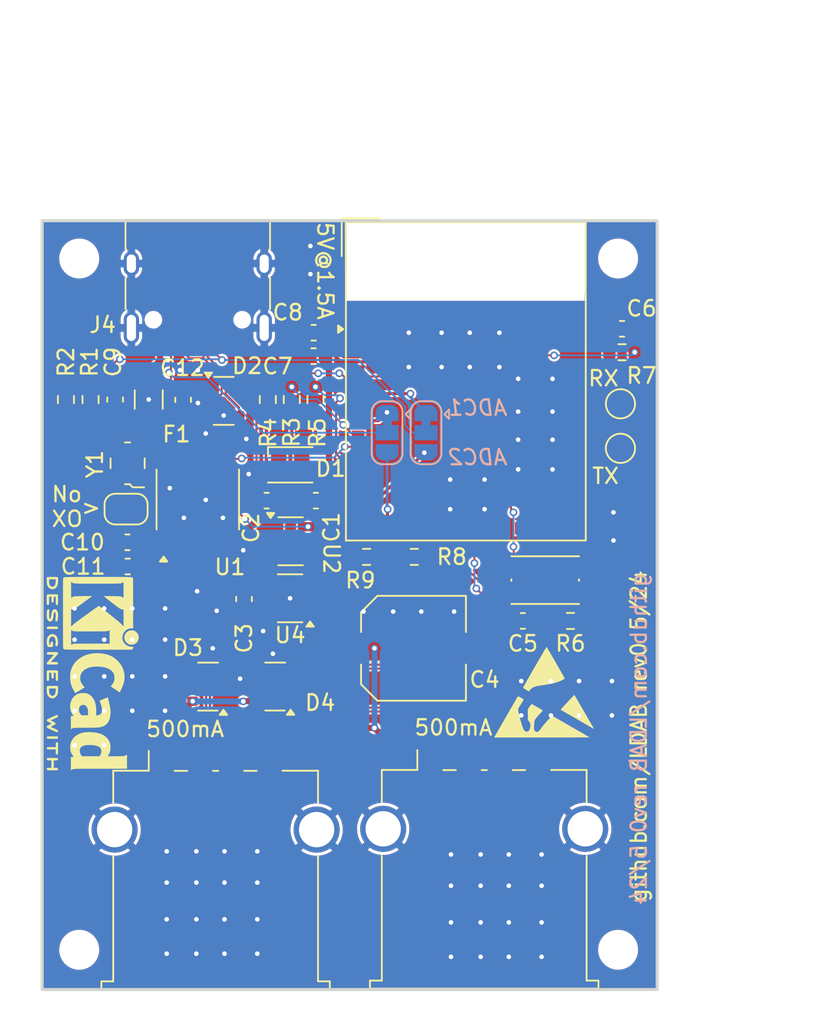
<source format=kicad_pcb>
(kicad_pcb (version 20240108) (generator "pcbnew") (generator_version "8.0")
  (layers (0 "F.Cu" signal) (31 "B.Cu" signal) (34 "B.Paste" user) (35 "F.Paste" user) (36 "B.SilkS" user "B.Silkscreen") (37 "F.SilkS" user "F.Silkscreen") (38 "B.Mask" user) (39 "F.Mask" user) (44 "Edge.Cuts" user))
  (net 0 "")
  (net 1 "+3V3")
  (net 2 "GND")
  (net 3 "VBUS")
  (net 4 "+5V")
  (net 5 "GPIO_0{slash}Boot")
  (net 6 "Net-(U3-EN)")
  (net 7 "Net-(D1-RK)")
  (net 8 "Net-(D1-BK)")
  (net 9 "Net-(D1-GK)")
  (net 10 "DP")
  (net 11 "DN")
  (net 12 "DN3")
  (net 13 "DP3")
  (net 14 "DN2")
  (net 15 "DP2")
  (net 16 "Net-(F1-Pad1)")
  (net 17 "CC2")
  (net 18 "CC1")
  (net 19 "Net-(JP1-B)")
  (net 20 "LED_R")
  (net 21 "LED_G")
  (net 22 "LED_B")
  (net 23 "~{Fault}")
  (net 24 "5V_EN")
  (net 25 "Net-(U3-TXD0)")
  (net 26 "Net-(U3-RXD0)")
  (net 27 "ESP_DN")
  (net 29 "Net-(U1-XO)")
  (net 30 "ESP_DP")
  (net 32 "~{HUB_RST}")
  (net 56 "ADC1_CH2")
  (net 57 "Net-(JP2-B)")
  (net 58 "Net-(JP3-B)")
  (net 59 "ADC1_CH3")
  (footprint "Resistor_SMD:R_0603_1608Metric" (layer "F.Cu") (at 92.1512 89.7636)
    (property "Reference" "R8")
    (property "Value" "5.1K")
  )
  (footprint "Capacitor_SMD:C_0603_1608Metric" (layer "F.Cu") (at 85.7504 86.106 180)
    (property "Reference" "C1")
    (property "Value" "1u")
  )
  (footprint "Connector_USB:USB_C_Receptacle_HRO_TYPE-C-31-M-12" (layer "F.Cu") (at 78.07 71.74 180)
    (property "Reference" "J4")
    (property "Value" "USB_C_Receptacle_USB2.0")
  )
  (footprint "MountingHole:MountingHole_2.1mm" (layer "F.Cu") (at 105.41 115.316)
    (property "Reference" "H2" (hide yes))
    (property "Value" "MountingHole")
  )
  (footprint "Package_SO:QSOP-16_3.9x4.9mm_P0.635mm" (layer "F.Cu") (at 78.07 86.03 90)
    (property "Reference" "U1")
    (property "Value" "CH334R")
  )
  (footprint "TestPoint:TestPoint_Pad_D1.5mm" (layer "F.Cu") (at 105.5624 82.7024)
    (property "Reference" "TP1" (hide yes))
    (property "Value" "TestPoint")
  )
  (footprint "TestPoint:TestPoint_Pad_D1.5mm" (layer "F.Cu") (at 105.5624 79.8068)
    (property "Reference" "TP2" (hide yes))
    (property "Value" "TestPoint")
  )
  (footprint "Capacitor_SMD:C_Elec_6.3x5.4" (layer "F.Cu") (at 92.1004 95.7072)
    (property "Reference" "C4")
    (property "Value" "150uF")
  )
  (footprint "Fuse:Fuse_1206_3216Metric" (layer "F.Cu") (at 74.8792 79.53 -90)
    (property "Reference" "F1")
    (property "Value" "1.5A")
  )
  (footprint "Connector_USB:USB_A_TE_292303-7_Horizontal" (layer "F.Cu") (at 79.23 110.2)
    (property "Reference" "J2" (hide yes))
    (property "Value" "USB_A")
  )
  (footprint "Resistor_SMD:R_0603_1608Metric" (layer "F.Cu") (at 105.664 76.454 180)
    (property "Reference" "R7")
    (property "Value" "1K")
  )
  (footprint "Resistor_SMD:R_0603_1608Metric" (layer "F.Cu") (at 69.4944 79.53 -90)
    (property "Reference" "R2")
    (property "Value" "5.1K")
  )
  (footprint "Package_TO_SOT_SMD:SOT-23-5" (layer "F.Cu") (at 84.1049 88.7476)
    (property "Reference" "U2")
    (property "Value" "RT9080-33GJ5")
  )
  (footprint "MountingHole:MountingHole_2.1mm" (layer "F.Cu") (at 70.358 70.358)
    (property "Reference" "H4" (hide yes))
    (property "Value" "MountingHole")
  )
  (footprint "Resistor_SMD:R_0603_1608Metric" (layer "F.Cu") (at 85.725 79.53 -90)
    (property "Reference" "R5")
    (property "Value" "1K")
  )
  (footprint "Capacitor_SMD:C_0603_1608Metric" (layer "F.Cu") (at 85.598 76.708)
    (property "Reference" "C7")
    (property "Value" "100n")
  )
  (footprint "Capacitor_SMD:C_0603_1608Metric" (layer "F.Cu") (at 72.6944 79.53 -90)
    (property "Reference" "C9")
    (property "Value" "10u")
  )
  (footprint "Package_TO_SOT_SMD:SOT-23-5" (layer "F.Cu") (at 84.074 92.456 180)
    (property "Reference" "U4")
    (property "Value" "TPS2065CDBV")
  )
  (footprint "Capacitor_SMD:C_0603_1608Metric" (layer "F.Cu") (at 85.611 75.184)
    (property "Reference" "C8")
    (property "Value" "10u")
  )
  (footprint "Button_Switch_SMD:SW_Push_1P1T_NO_CK_KMR2" (layer "F.Cu") (at 100.6676 91.2748)
    (property "Reference" "SW1" (hide yes))
    (property "Value" "SW_Push")
  )
  (footprint "RF_Module:ESP32-S2-MINI-1" (layer "F.Cu") (at 95.505 78.35)
    (property "Reference" "U3" (hide yes))
    (property "Value" "ESP32-S3-MINI-1")
  )
  (footprint "Capacitor_SMD:C_0603_1608Metric" (layer "F.Cu") (at 105.664 74.93 180)
    (property "Reference" "C6")
    (property "Value" "100n")
  )
  (footprint "Package_TO_SOT_SMD:SOT-143" (layer "F.Cu") (at 79.756 79.6175)
    (property "Reference" "D2")
    (property "Value" "PRTR5V0U2X")
  )
  (footprint "Capacitor_SMD:C_0603_1608Metric" (layer "F.Cu") (at 73.4946 88.8152 180)
    (property "Reference" "C10")
    (property "Value" "10u")
  )
  (footprint "MountingHole:MountingHole_2.1mm" (layer "F.Cu") (at 70.358 115.316)
    (property "Reference" "H3" (hide yes))
    (property "Value" "MountingHole")
  )
  (footprint "Jumper:SolderJumper-2_P1.3mm_Open_RoundedPad1.0x1.5mm" (layer "F.Cu") (at 73.406 86.6562)
    (property "Reference" "JP1" (hide yes))
    (property "Value" "2")
  )
  (footprint "Resistor_SMD:R_0603_1608Metric" (layer "F.Cu") (at 89.0524 89.7636 180)
    (property "Reference" "R9")
    (property "Value" "5.1K")
  )
  (footprint "Capacitor_SMD:C_0603_1608Metric" (layer "F.Cu") (at 81.0768 92.5068 90)
    (property "Reference" "C3")
    (property "Value" "100n")
  )
  (footprint "Resistor_SMD:R_0603_1608Metric" (layer "F.Cu") (at 102.3112 93.9292)
    (property "Reference" "R6")
    (property "Value" "5.1K")
  )
  (footprint "Resistor_SMD:R_0603_1608Metric" (layer "F.Cu") (at 84.185 79.53 -90)
    (property "Reference" "R3")
    (property "Value" "1K")
  )
  (footprint "Resistor_SMD:R_0603_1608Metric" (layer "F.Cu") (at 82.625 79.53 -90)
    (property "Reference" "R4")
    (property "Value" "1K")
  )
  (footprint "MountingHole:MountingHole_2.1mm" (layer "F.Cu") (at 105.41 70.358)
    (property "Reference" "H1" (hide yes))
    (property "Value" "MountingHole")
  )
  (footprint "Resistor_SMD:R_0603_1608Metric" (layer "F.Cu") (at 71.0944 79.53 -90)
    (property "Reference" "R1")
    (property "Value" "5.1K")
  )
  (footprint "Capacitor_SMD:C_0603_1608Metric" (layer "F.Cu") (at 73.5076 90.39)
    (property "Reference" "C11")
    (property "Value" "100n")
  )
  (footprint "Package_TO_SOT_SMD:SOT-143" (layer "F.Cu") (at 83.1088 98.1964 180)
    (property "Reference" "D4")
    (property "Value" "PRTR5V0U2X")
  )
  (footprint "Capacitor_SMD:C_0603_1608Metric" (layer "F.Cu") (at 82.55 86.106 180)
    (property "Reference" "C2")
    (property "Value" "1u")
  )
  (footprint "Package_TO_SOT_SMD:SOT-143" (layer "F.Cu") (at 78.74 98.2 180)
    (property "Reference" "D3")
    (property "Value" "PRTR5V0U2X")
  )
  (footprint "Oscillator:Oscillator_SMD_ECS_2520MV-xxx-xx-4Pin_2.5x2.0mm" (layer "F.Cu") (at 73.505 83.6782 180)
    (property "Reference" "Y1")
    (property "Value" "12MHz")
  )
  (footprint "LED_SMD:LED_Cree-PLCC4_2x2mm_CW" (layer "F.Cu") (at 84.086 83.778)
    (property "Reference" "D1")
    (property "Value" "LED_RBAG")
  )
  (footprint "Capacitor_SMD:C_0603_1608Metric" (layer "F.Cu") (at 77.1144 79.5528 90)
    (property "Reference" "C12")
    (property "Value" "1u")
  )
  (footprint "Capacitor_SMD:C_0603_1608Metric" (layer "F.Cu") (at 99.2124 93.9292)
    (property "Reference" "C5")
    (property "Value" "100n")
  )
  (footprint "Symbol:ESD-Logo_6.6x6mm_SilkScreen" (layer "F.Cu") (at 100.6 98.55)
    (property "Reference" "REF**" (hide yes))
    (property "Value" "ESD-Logo_6.6x6mm_SilkScreen" (hide yes))
  )
  (footprint "Connector_USB:USB_A_TE_292303-7_Horizontal" (layer "F.Cu") (at 96.7 110.15)
    (property "Reference" "J3" (hide yes))
    (property "Value" "USB_A")
  )
  (footprint "Symbol:KiCad-Logo2_5mm_SilkScreen" (layer "F.Cu") (at 71.25 97.35 -90)
    (property "Reference" "REF**" (hide yes))
    (property "Value" "KiCad-Logo2_5mm_SilkScreen" (hide yes))
  )
  (footprint "Jumper:SolderJumper-3_P1.3mm_Bridged12_RoundedPad1.0x1.5mm" (layer "B.Cu") (at 90.3831 81.6864 -90)
    (property "Reference" "JP3" (hide yes))
    (property "Value" "3")
  )
  (footprint "Jumper:SolderJumper-3_P1.3mm_Bridged12_RoundedPad1.0x1.5mm" (layer "B.Cu") (at 92.9132 81.6864 -90)
    (property "Reference" "JP2" (hide yes))
    (property "Value" "3")
  )
  (gr_rect (start 67.95 67.9) (end 107.95 117.9) (stroke (width 0.2)) (fill none) (layer "Edge.Cuts"))
  (gr_text "github.com/LDAB rev0 5/24" (at 107.3404 90.7288 90) (layer "B.SilkS") (effects (font (size 1 1)) (justify left bottom mirror)))
  (gr_text "ADC1\n\nADC2" (at 98.298 83.8708 0) (layer "B.SilkS") (effects (font (size 1 1) (thickness 0.15) (italic yes)) (justify left bottom mirror)))
  (gr_text "TX" (at 103.632 85.09 0) (layer "F.SilkS") (effects (font (size 1 1)) (justify left bottom)))
  (gr_text "No\nXO" (at 68.4784 87.884 0) (layer "F.SilkS") (effects (font (size 1 1)) (justify left bottom)))
  (gr_text ">" (at 70.4088 87.122 0) (layer "F.SilkS") (effects (font (size 1 1)) (justify left bottom)))
  (gr_text "github.com/LDAB rev0 5/24" (at 107.3404 112.3188 90) (layer "F.SilkS") (effects (font (size 1 1)) (justify left bottom)))
  (gr_text "500mA" (at 92.075 101.45 0) (layer "F.SilkS") (effects (font (size 1 1)) (justify left bottom)))
  (gr_text "500mA" (at 74.625 101.55 0) (layer "F.SilkS") (effects (font (size 1 1)) (justify left bottom)))
  (gr_text "5V@1.5A" (at 85.775 67.9 -90) (layer "F.SilkS") (effects (font (size 1 1)) (justify left bottom)))
  (gr_text "RX" (at 103.378 78.74 0) (layer "F.SilkS") (effects (font (size 1 1)) (justify left bottom)))
  (segment (start 86.6 84.2772) (end 86.6 86.0314) (width 0.4) (layer "F.Cu") (net 1))
  (segment (start 84.836 84.328) (end 86.5492 84.328) (width 0.4) (layer "F.Cu") (net 1))
  (segment (start 76.3674 86.7174) (end 77.6732 85.4116) (width 0.2) (layer "F.Cu") (net 1))
  (segment (start 101.2372 76.65) (end 101.2444 76.6572) (width 0.127) (layer "F.Cu") (net 1))
  (segment (start 87.376 75.3872) (end 87.376 76.454) (width 0.4) (layer "F.Cu") (net 1))
  (segment (start 74.2696 88.8152) (end 76.3674 86.7174) (width 0.2) (layer "F.Cu") (net 1))
  (segment (start 107.0356 78.6384) (end 107.0356 90.678) (width 0.2) (layer "F.Cu") (net 1))
  (segment (start 85.6844 87.7976) (end 86.5254 86.9566) (width 0.4) (layer "F.Cu") (net 1))
  (segment (start 87.572 76.65) (end 88.505 76.65) (width 0.4) (layer "F.Cu") (net 1))
  (segment (start 103.1362 93.9292) (end 103.3272 93.9292) (width 0.127) (layer "F.Cu") (net 1))
  (segment (start 74.2826 90.39) (end 74.3204 90.424) (width 0.2) (layer "F.Cu") (net 1))
  (segment (start 90.5877 89.0251) (end 86.4699 89.0251) (width 0.127) (layer "F.Cu") (net 1))
  (segment (start 107.0356 90.678) (end 103.7844 93.9292) (width 0.2) (layer "F.Cu") (net 1))
  (segment (start 86.386 76.695) (end 86.373 76.708) (width 0.4) (layer "F.Cu") (net 1))
  (segment (start 77.6732 85.3948) (end 77.7525 85.3155) (width 0.2) (layer "F.Cu") (net 1))
  (segment (start 77.7525 85.3155) (end 77.7525 83.3925) (width 0.2) (layer "F.Cu") (net 1))
  (segment (start 85.2424 87.7976) (end 85.6844 87.7976) (width 0.4) (layer "F.Cu") (net 1))
  (segment (start 86.6 86.0314) (end 86.5254 86.106) (width 0.4) (layer "F.Cu") (net 1))
  (segment (start 106.489 78.0918) (end 107.0356 78.6384) (width 0.2) (layer "F.Cu") (net 1))
  (segment (start 88.505 76.65) (end 101.2372 76.65) (width 0.127) (layer "F.Cu") (net 1))
  (segment (start 87.1728 75.184) (end 87.376 75.3872) (width 0.4) (layer "F.Cu") (net 1))
  (segment (start 74.3204 90.424) (end 74.2826 88.8282) (width 0.2) (layer "F.Cu") (net 1))
  (segment (start 86.386 75.184) (end 86.386 76.695) (width 0.4) (layer "F.Cu") (net 1))
  (segment (start 77.6732 85.4116) (end 77.6732 85.3948) (width 0.2) (layer "F.Cu") (net 1))
  (segment (start 86.4699 89.0251) (end 85.2424 87.7976) (width 0.127) (layer "F.Cu") (net 1))
  (segment (start 106.489 76.454) (end 106.489 78.0918) (width 0.2) (layer "F.Cu") (net 1))
  (segment (start 74.2826 88.8282) (end 74.2696 88.8152) (width 0.2) (layer "F.Cu") (net 1))
  (segment (start 86.5492 84.328) (end 86.6 84.2772) (width 0.4) (layer "F.Cu") (net 1))
  (segment (start 86.6 76.935) (end 86.6 84.2772) (width 0.4) (layer "F.Cu") (net 1))
  (segment (start 103.7844 93.9292) (end 103.3272 93.9292) (width 0.2) (layer "F.Cu") (net 1))
  (segment (start 81.15 87.3) (end 80.6101 86.7601) (width 0.127) (layer "F.Cu") (net 1))
  (segment (start 91.3262 89.7636) (end 90.5877 89.0251) (width 0.127) (layer "F.Cu") (net 1))
  (segment (start 80.6101 86.7601) (end 76.4101 86.7601) (width 0.127) (layer "F.Cu") (net 1))
  (segment (start 86.386 75.184) (end 87.1728 75.184) (width 0.4) (layer "F.Cu") (net 1))
  (segment (start 86.373 76.708) (end 86.6 76.935) (width 0.4) (layer "F.Cu") (net 1))
  (segment (start 86.5254 86.9566) (end 86.5254 86.106) (width 0.4) (layer "F.Cu") (net 1))
  (segment (start 76.4101 86.7601) (end 76.3674 86.7174) (width 0.127) (layer "F.Cu") (net 1))
  (segment (start 87.376 76.454) (end 87.572 76.65) (width 0.4) (layer "F.Cu") (net 1))
  (via (at 106.489 76.454) (size 0.5) (drill 0.3) (layers "F.Cu" "B.Cu") (net 1))
  (via (at 85.2424 87.7976) (size 0.5) (drill 0.3) (layers "F.Cu" "B.Cu") (net 1))
  (via (at 101.2444 76.6572) (size 0.5) (drill 0.3) (layers "F.Cu" "B.Cu") (net 1))
  (via (at 81.15 87.3) (size 0.5) (drill 0.3) (layers "F.Cu" "B.Cu") (net 1))
  (segment (start 85.2424 87.7976) (end 81.6476 87.7976) (width 0.127) (layer "B.Cu") (net 1))
  (segment (start 81.6476 87.7976) (end 81.15 87.3) (width 0.127) (layer "B.Cu") (net 1))
  (segment (start 101.2444 76.6572) (end 106.2858 76.6572) (width 0.127) (layer "B.Cu") (net 1))
  (segment (start 106.2858 76.6572) (end 106.489 76.454) (width 0.127) (layer "B.Cu") (net 1))
  (via (at 98.9076 80.3148) (size 0.5) (drill 0.3) (layers "F.Cu" "B.Cu") (net 2))
  (via (at 84.074 92.456) (size 0.5) (drill 0.3) (layers "F.Cu" "B.Cu") (net 2))
  (via (at 85.3948 71.374) (size 0.5) (drill 0.3) (layers "F.Cu" "B.Cu") (net 2))
  (via (at 98.298 111.1504) (size 0.5) (drill 0.3) (layers "F.Cu" "B.Cu") (net 2))
  (via (at 105.1052 86.868) (size 0.5) (drill 0.3) (layers "F.Cu" "B.Cu") (net 2))
  (via (at 105.0036 97.8408) (size 0.5) (drill 0.3) (layers "F.Cu" "B.Cu") (net 2))
  (via (at 71.9836 97.536) (size 0.5) (drill 0.3) (layers "F.Cu" "B.Cu") (net 2))
  (via (at 101.0412 100.076) (size 0.5) (drill 0.3) (layers "F.Cu" "B.Cu") (net 2))
  (via (at 99.1108 100.076) (size 0.5) (drill 0.3) (layers "F.Cu" "B.Cu") (net 2))
  (via (at 77.1652 87.2236) (size 0.5) (drill 0.3) (layers "F.Cu" "B.Cu") (net 2))
  (via (at 79.8068 108.9152) (size 0.5) (drill 0.3) (layers "F.Cu" "B.Cu") (net 2))
  (via (at 98.9076 78.1812) (size 0.5) (drill 0.3) (layers "F.Cu" "B.Cu") (net 2))
  (via (at 97.6884 75.184) (size 0.5) (drill 0.3) (layers "F.Cu" "B.Cu") (net 2))
  (via (at 71.9836 93.1164) (size 0.5) (drill 0.3) (layers "F.Cu" "B.Cu") (net 2))
  (via (at 95.758 77.4192) (size 0.5) (drill 0.3) (layers "F.Cu" "B.Cu") (net 2))
  (via (at 74.8792 79.53) (size 0.5) (drill 0.3) (layers "F.Cu" "B.Cu") (net 2))
  (via (at 93.9292 75.184) (size 0.5) (drill 0.3) (layers "F.Cu" "B.Cu") (net 2))
  (via (at 88.8492 93.3196) (size 0.5) (drill 0.3) (layers "F.Cu" "B.Cu") (net 2))
  (via (at 102.87 97.8408) (size 0.5) (drill 0.3) (layers "F.Cu" "B.Cu") (net 2))
  (via (at 94.488 86.6648) (size 0.5) (drill 0.3) (layers "F.Cu" "B.Cu") (net 2))
  (via (at 79.8068 115.57) (size 0.5) (drill 0.3) (layers "F.Cu" "B.Cu") (net 2))
  (via (at 96.4692 109.1184) (size 0.5) (drill 0.3) (layers "F.Cu" "B.Cu") (net 2))
  (via (at 101.1428 82.1436) (size 0.5) (drill 0.3) (layers "F.Cu" "B.Cu") (net 2))
  (via (at 73.8124 93.1164) (size 0.5) (drill 0.3) (layers "F.Cu" "B.Cu") (net 2))
  (via (at 70.0532 95.1484) (size 0.5) (drill 0.3) (layers "F.Cu" "B.Cu") (net 2))
  (via (at 92.6084 93.3196) (size 0.5) (drill 0.3) (layers "F.Cu" "B.Cu") (net 2))
  (via (at 81.9404 108.9152) (size 0.5) (drill 0.3) (layers "F.Cu" "B.Cu") (net 2))
  (via (at 100.4316 113.538) (size 0.5) (drill 0.3) (layers "F.Cu" "B.Cu") (net 2))
  (via (at 78.5876 81.7372) (size 0.5) (drill 0.3) (layers "F.Cu" "B.Cu") (net 2))
  (via (at 76.0476 110.9472) (size 0.5) (drill 0.3) (layers "F.Cu" "B.Cu") (net 2))
  (via (at 79.8068 110.9472) (size 0.5) (drill 0.3) (layers "F.Cu" "B.Cu") (net 2))
  (via (at 75.946 95.1484) (size 0.5) (drill 0.3) (layers "F.Cu" "B.Cu") (net 2))
  (via (at 98.298 115.7732) (size 0.5) (drill 0.3) (layers "F.Cu" "B.Cu") (net 2))
  (via (at 70.0532 93.1164) (size 0.5) (drill 0.3) (layers "F.Cu" "B.Cu") (net 2))
  (via (at 77.978 110.9472) (size 0.5) (drill 0.3) (layers "F.Cu" "B.Cu") (net 2))
  (via (at 81.2292 82.0928) (size 0.5) (drill 0.3) (layers "F.Cu" "B.Cu") (net 2))
  (via (at 93.9292 77.4192) (size 0.5) (drill 0.3) (layers "F.Cu" "B.Cu") (net 2))
  (via (at 102.87 100.076) (size 0.5) (drill 0.3) (layers "F.Cu" "B.Cu") (net 2))
  (via (at 96.7232 86.6648) (size 0.5) (drill 0.3) (layers "F.Cu" "B.Cu") (net 2))
  (via (at 96.4692 111.1504) (size 0.5) (drill 0.3) (layers "F.Cu" "B.Cu") (net 2))
  (via (at 101.1428 80.3148) (size 0.5) (drill 0.3) (layers "F.Cu" "B.Cu") (net 2))
  (via (at 77.978 115.57) (size 0.5) (drill 0.3) (layers "F.Cu" "B.Cu") (net 2))
  (via (at 100.4316 109.1184) (size 0.5) (drill 0.3) (layers "F.Cu" "B.Cu") (net 2))
  (via (at 94.5388 109.1184) (size 0.5) (drill 0.3) (layers "F.Cu" "B.Cu") (net 2))
  (via (at 96.7232 84.7344) (size 0.5) (drill 0.3) (layers "F.Cu" "B.Cu") (net 2))
  (via (at 78.0796 77.6224) (size 0.5) (drill 0.3) (layers "F.Cu" "B.Cu") (net 2))
  (via (at 76.2508 85.2932) (size 0.5) (drill 0.3) (layers "F.Cu" "B.Cu") (net 2))
  (via (at 98.9076 84.074) (size 0.5) (drill 0.3) (layers "F.Cu" "B.Cu") (net 2))
  (via (at 94.5388 115.7732) (size 0.5) (drill 0.3) (layers "F.Cu" "B.Cu") (net 2))
  (via (at 71.9836 99.7712) (size 0.5) (drill 0.3) (layers "F.Cu" "B.Cu") (net 2))
  (via (at 105.1052 88.6968) (size 0.5) (drill 0.3) (layers "F.Cu" "B.Cu") (net 2))
  (via (at 81.3816 84.3788) (size 0.5) (drill 0.3) (layers "F.Cu" "B.Cu") (net 2))
  (via (at 94.488 84.7344) (size 0.5) (drill 0.3) (layers "F.Cu" "B.Cu") (net 2))
  (via (at 100.4316 111.1504) (size 0.5) (drill 0.3) (layers "F.Cu" "B.Cu") (net 2))
  (via (at 101.0412 97.8408) (size 0.5) (drill 0.3) (layers "F.Cu" "B.Cu") (net 2))
  (via (at 79.756 80.5688) (size 0.5) (drill 0.3) (layers "F.Cu" "B.Cu") (net 2))
  (via (at 76.0476 113.3348) (size 0.5) (drill 0.3) (layers "F.Cu" "B.Cu") (net 2))
  (via (at 99.1108 97.8408) (size 0.5) (drill 0.3) (layers "F.Cu" "B.Cu") (net 2))
  (via (at 94.5388 111.1504) (size 0.5) (drill 0.3) (layers "F.Cu" "B.Cu") (net 2))
  (via (at 71.9836 95.1484) (size 0.5) (drill 0.3) (layers "F.Cu" "B.Cu") (net 2))
  (via (at 81.9404 113.3348) (size 0.5) (drill 0.3) (layers "F.Cu" "B.Cu") (net 2))
  (via (at 71.9836 102.0064) (size 0.5) (drill 0.3) (layers "F.Cu" "B.Cu") (net 2))
  (via (at 81.9404 110.9472) (size 0.5) (drill 0.3) (layers "F.Cu" "B.Cu") (net 2))
  (via (at 78.0288 91.9988) (size 0.5) (drill 0.3) (layers "F.Cu" "B.Cu") (net 2))
  (via (at 96.4692 113.538) (size 0.5) (drill 0.3) (layers "F.Cu" "B.Cu") (net 2))
  (via (at 98.9076 82.1436) (size 0.5) (drill 0.3) (layers "F.Cu" "B.Cu") (net 2))
  (via (at 76.0476 108.9152) (size 0.5) (drill 0.3) (layers "F.Cu" "B.Cu") (net 2))
  (via (at 82.3214 94.5896) (size 0.5) (drill 0.3) (layers "F.Cu" "B.Cu") (net 2))
  (via (at 101.1428 78.1812) (size 0.5) (drill 0.3) (layers "F.Cu" "B.Cu") (net 2))
  (via (at 91.7956 77.4192) (size 0.5) (drill 0.3) (layers "F.Cu" "B.Cu") (net 2))
  (via (at 90.7796 93.3196) (size 0.5) (drill 0.3) (layers "F.Cu" "B.Cu") (net 2))
  (via (at 94.742 93.3196) (size 0.5) (drill 0.3) (layers "F.Cu" "B.Cu") (net 2))
  (via (at 73.8124 99.7712) (size 0.5) (drill 0.3) (layers "F.Cu" "B.Cu") (net 2))
  (via (at 100.4316 115.7732) (size 0.5) (drill 0.3) (layers "F.Cu" "B.Cu") (net 2))
  (via (at 75.946 99.7712) (size 0.5) (drill 0.3) (layers "F.Cu" "B.Cu") (net 2))
  (via (at 79.2988 93.2688) (size 0.5) (drill 0.3) (layers "F.Cu" "B.Cu") (net 2))
  (via (at 81.026 89.3318) (size 0.5) (drill 0.3) (layers "F.Cu" "B.Cu") (net 2))
  (via (at 78.0796 79.756) (size 0.5) (drill 0.3) (layers "F.Cu" "B.Cu") (net 2))
  (via (at 73.8124 97.536) (size 0.5) (drill 0.3) (layers "F.Cu" "B.Cu") (net 2))
  (via (at 105.0036 100.076) (size 0.5) (drill 0.3) (layers "F.Cu" "B.Cu") (net 2))
  (via (at 70.0532 97.536) (size 0.5) (drill 0.3) (layers "F.Cu" "B.Cu") (net 2))
  (via (at 79.8068 113.3348) (size 0.5) (drill 0.3) (layers "F.Cu" "B.Cu") (net 2))
  (via (at 91.7956 75.184) (size 0.5) (drill 0.3) (layers "F.Cu" "B.Cu") (net 2))
  (via (at 77.978 108.9152) (size 0.5) (drill 0.3) (layers "F.Cu" "B.Cu") (net 2))
  (via (at 76.9112 77.6224) (size 0.5) (drill 0.3) (layers "F.Cu" "B.Cu") (net 2))
  (via (at 96.4692 115.7732) (size 0.5) (drill 0.3) (layers "F.Cu" "B.Cu") (net 2))
  (via (at 73.8124 95.1484) (size 0.5) (drill 0.3) (layers "F.Cu" "B.Cu") (net 2))
  (via (at 85.3948 69.5452) (size 0.5) (drill 0.3) (layers "F.Cu" "B.Cu") (net 2))
  (via (at 75.946 93.1164) (size 0.5) (drill 0.3) (layers "F.Cu" "B.Cu") (net 2))
  (via (at 70.0532 102.0064) (size 0.5) (drill 0.3) (layers "F.Cu" "B.Cu") (net 2))
  (via (at 70.0532 99.7712) (size 0.5) (drill 0.3) (layers "F.Cu" "B.Cu") (net 2))
  (via (at 75.946 97.536) (size 0.5) (drill 0.3) (layers "F.Cu" "B.Cu") (net 2))
  (via (at 77.978 113.3348) (size 0.5) (drill 0.3) (layers "F.Cu" "B.Cu") (net 2))
  (via (at 98.298 109.1184) (size 0.5) (drill 0.3) (layers "F.Cu" "B.Cu") (net 2))
  (via (at 78.5876 86.0552) (size 0.5) (drill 0.3) (layers "F.Cu" "B.Cu") (net 2))
  (via (at 79.7052 87.2236) (size 0.5) (drill 0.3) (layers "F.Cu" "B.Cu") (net 2))
  (via (at 80.8228 97.6884) (size 0.5) (drill 0.3) (layers "F.Cu" "B.Cu") (net 2))
  (via (at 98.298 113.538) (size 0.5) (drill 0.3) (layers "F.Cu" "B.Cu") (net 2))
  (via (at 101.1428 84.074) (size 0.5) (drill 0.3) (layers "F.Cu" "B.Cu") (net 2))
  (via (at 95.758 75.184) (size 0.5) (drill 0.3) (layers "F.Cu" "B.Cu") (net 2))
  (via (at 97.6884 77.4192) (size 0.5) (drill 0.3) (layers "F.Cu" "B.Cu") (net 2))
  (via (at 79.0448 95.7072) (size 0.5) (drill 0.3) (layers "F.Cu" "B.Cu") (net 2))
  (via (at 81.9404 115.57) (size 0.5) (drill 0.3) (layers "F.Cu" "B.Cu") (net 2))
  (via (at 76.0476 115.57) (size 0.5) (drill 0.3) (layers "F.Cu" "B.Cu") (net 2))
  (via (at 82.9564 96.0628) (size 0.5) (drill 0.3) (layers "F.Cu" "B.Cu") (net 2))
  (via (at 94.5388 113.538) (size 0.5) (drill 0.3) (layers "F.Cu" "B.Cu") (net 2))
  (segment (start 78.3875 83.3925) (end 78.3875 82.5023) (width 0.4) (layer "F.Cu") (net 3))
  (segment (start 78.3875 82.5023) (end 77.6732 81.788) (width 0.4) (layer "F.Cu") (net 3))
  (segment (start 72.6944 80.305) (end 74.2542 80.305) (width 0.4) (layer "F.Cu") (net 3))
  (segment (start 82.9674 89.6976) (end 81.7372 89.6976) (width 0.4) (layer "F.Cu") (net 3))
  (segment (start 83.325 86.106) (end 83.325 87.44) (width 0.4) (layer "F.Cu") (net 3))
  (segment (start 81.4832 89.9516) (end 81.4832 91.3254) (width 0.4) (layer "F.Cu") (net 3))
  (segment (start 81.4832 91.3254) (end 81.0768 91.7318) (width 0.4) (layer "F.Cu") (net 3))
  (segment (start 77.6732 81.788) (end 77.6732 80.8866) (width 0.4) (layer "F.Cu") (net 3))
  (segment (start 81.8865 79.798) (end 81.8865 85.0869) (width 0.127) (layer "F.Cu") (net 3))
  (segment (start 82.309 85.09) (end 83.325 86.106) (width 0.4) (layer "F.Cu") (net 3))
  (segment (start 81.8865 85.0869) (end 81.8896 85.09) (width 0.127) (layer "F.Cu") (net 3))
  (segment (start 74.2542 80.305) (end 74.8792 80.93) (width 0.4) (layer "F.Cu") (net 3))
  (segment (start 83.325 87.44) (end 82.9674 87.7976) (width 0.4) (layer "F.Cu") (net 3))
  (segment (start 79.197622 85.09) (end 81.8896 85.09) (width 0.4) (layer "F.Cu") (net 3))
  (segment (start 78.3875 83.3925) (end 78.3875 84.279878) (width 0.4) (layer "F.Cu") (net 3))
  (segment (start 81.7372 89.6976) (end 81.4832 89.9516) (width 0.4) (layer "F.Cu") (net 3))
  (segment (start 81.7372 88.365301) (end 81.7372 89.6976) (width 0.4) (layer "F.Cu") (net 3))
  (segment (start 77.6732 80.8866) (end 77.1144 80.3278) (width 0.4) (layer "F.Cu") (net 3))
  (segment (start 82.304901 87.7976) (end 81.7372 88.365301) (width 0.4) (layer "F.Cu") (net 3))
  (segment (start 80.756 78.6675) (end 81.8865 79.798) (width 0.127) (layer "F.Cu") (net 3))
  (segment (start 74.8792 80.93) (end 76.5122 80.93) (width 0.4) (layer "F.Cu") (net 3))
  (segment (start 81.8896 85.09) (end 82.309 85.09) (width 0.4) (layer "F.Cu") (net 3))
  (segment (start 76.5122 80.93) (end 77.1144 80.3278) (width 0.4) (layer "F.Cu") (net 3))
  (segment (start 82.9674 87.7976) (end 82.304901 87.7976) (width 0.4) (layer "F.Cu") (net 3))
  (segment (start 82.9873 93.4201) (end 82.7651 93.4201) (width 0.4) (layer "F.Cu") (net 3))
  (segment (start 82.7651 93.4201) (end 81.0768 91.7318) (width 0.4) (layer "F.Cu") (net 3))
  (segment (start 78.3875 84.279878) (end 79.197622 85.09) (width 0.4) (layer "F.Cu") (net 3))
  (segment (start 85.2623 93.4201) (end 87.4986 95.6564) (width 0.4) (layer "F.Cu") (net 4))
  (segment (start 82.1088 99.1464) (end 81.0412 99.1464) (width 0.4) (layer "F.Cu") (net 4))
  (segment (start 75.73 101.16) (end 75.73 103.82) (width 0.4) (layer "F.Cu") (net 4))
  (segment (start 89.5604 100.8888) (end 92.4416 103.77) (width 0.4) (layer "F.Cu") (net 4))
  (segment (start 87.4986 95.6564) (end 89.5121 95.6564) (width 0.4) (layer "F.Cu") (net 4))
  (segment (start 83.8512 100.8888) (end 82.1088 99.1464) (width 0.4) (layer "F.Cu") (net 4))
  (segment (start 77.74 99.15) (end 75.73 101.16) (width 0.4) (layer "F.Cu") (net 4))
  (segment (start 92.4416 103.77) (end 93.2 103.77) (width 0.4) (layer "F.Cu") (net 4))
  (segment (start 89.5604 100.8888) (end 83.8512 100.8888) (width 0.4) (layer "F.Cu") (net 4))
  (segment (start 81.0412 99.1464) (end 81.026 99.1616) (width 0.4) (layer "F.Cu") (net 4))
  (segment (start 89.5121 95.6564) (end 89.5629 95.7072) (width 0.4) (layer "F.Cu") (net 4))
  (via (at 89.5629 95.7072) (size 0.5) (drill 0.3) (layers "F.Cu" "B.Cu") (net 4))
  (via (at 89.5604 100.8888) (size 0.5) (drill 0.3) (layers "F.Cu" "B.Cu") (net 4))
  (via (at 77.74 99.15) (size 0.5) (drill 0.3) (layers "F.Cu" "B.Cu") (net 4))
  (via (at 81.026 99.1616) (size 0.5) (drill 0.3) (layers "F.Cu" "B.Cu") (net 4))
  (segment (start 77.7516 99.1616) (end 77.74 99.15) (width 0.4) (layer "B.Cu") (net 4))
  (segment (start 81.026 99.1616) (end 77.7516 99.1616) (width 0.4) (layer "B.Cu") (net 4))
  (segment (start 89.5629 100.8863) (end 89.5604 100.8888) (width 0.4) (layer "B.Cu") (net 4))
  (segment (start 89.5629 95.7072) (end 89.5629 100.8863) (width 0.4) (layer "B.Cu") (net 4))
  (segment (start 101.4862 93.9292) (end 101.4862 91.7062) (width 0.2) (layer "F.Cu") (net 5))
  (segment (start 98.6028 86.868) (end 98.4441 86.7093) (width 0.127) (layer "F.Cu") (net 5))
  (segment (start 98.6176 89.118) (end 98.6028 89.1032) (width 0.127) (layer "F.Cu") (net 5))
  (segment (start 98.4441 78.5813) (end 97.8916 78.0288) (width 0.127) (layer "F.Cu") (net 5))
  (segment (start 101.4862 93.9292) (end 99.9874 93.9292) (width 0.2) (layer "F.Cu") (net 5))
  (segment (start 88.705 77.5) (end 88.505 77.5) (width 0.127) (layer "F.Cu") (net 5))
  (segment (start 98.6176 90.4748) (end 98.6176 89.118) (width 0.127) (layer "F.Cu") (net 5))
  (segment (start 98.6176 90.4748) (end 102.7176 90.4748) (width 0.2) (layer "F.Cu") (net 5))
  (segment (start 101.4862 91.7062) (end 102.7176 90.4748) (width 0.2) (layer "F.Cu") (net 5))
  (segment (start 89.2338 78.0288) (end 88.705 77.5) (width 0.127) (layer "F.Cu") (net 5))
  (segment (start 98.4441 86.7093) (end 98.4441 78.5813) (width 0.127) (layer "F.Cu") (net 5))
  (segment (start 97.8916 78.0288) (end 89.2338 78.0288) (width 0.127) (layer "F.Cu") (net 5))
  (via (at 98.6028 89.1032) (size 0.5) (drill 0.3) (layers "F.Cu" "B.Cu") (net 5))
  (via (at 98.6028 86.868) (size 0.5) (drill 0.3) (layers "F.Cu" "B.Cu") (net 5))
  (segment (start 98.6028 89.1032) (end 98.6028 86.868) (width 0.127) (layer "B.Cu") (net 5))
  (segment (start 102.525 74.93) (end 102.505 74.95) (width 0.4) (layer "F.Cu") (net 6))
  (segment (start 104.889 74.93) (end 104.889 76.404) (width 0.4) (layer "F.Cu") (net 6))
  (segment (start 104.889 74.93) (end 102.525 74.93) (width 0.4) (layer "F.Cu") (net 6))
  (segment (start 104.889 76.404) (end 104.839 76.454) (width 0.4) (layer "F.Cu") (net 6))
  (segment (start 84.185 80.355) (end 84.185 82.379) (width 0.2) (layer "F.Cu") (net 7))
  (segment (start 84.185 82.379) (end 83.336 83.228) (width 0.2) (layer "F.Cu") (net 7))
  (segment (start 85.725 80.355) (end 85.725 82.339) (width 0.2) (layer "F.Cu") (net 8))
  (segment (start 85.725 82.339) (end 84.836 83.228) (width 0.2) (layer "F.Cu") (net 8))
  (segment (start 82.625 80.355) (end 82.536 80.444) (width 0.2) (layer "F.Cu") (net 9))
  (segment (start 82.536 80.444) (end 82.536 84.1616) (width 0.2) (layer "F.Cu") (net 9))
  (segment (start 82.7024 84.328) (end 83.336 84.328) (width 0.2) (layer "F.Cu") (net 9))
  (segment (start 82.536 84.1616) (end 82.7024 84.328) (width 0.2) (layer "F.Cu") (net 9))
  (segment (start 78.443 76.844606) (end 78.443 76.483) (width 0.127) (layer "F.Cu") (net 10))
  (segment (start 77.527606 76.844606) (end 78.443 76.844606) (width 0.127) (layer "F.Cu") (net 10))
  (segment (start 79.60698 82.3895) (end 79.4344 82.3895) (width 0.127) (layer "F.Cu") (net 10))
  (segment (start 78.756 80.5675) (end 78.756 80.042499) (width 0.127) (layer "F.Cu") (net 10))
  (segment (start 79.629 82.36748) (end 79.60698 82.3895) (width 0.127) (layer "F.Cu") (net 10))
  (segment (start 78.756 80.5675) (end 78.756 81.092501) (width 0.127) (layer "F.Cu") (net 10))
  (segment (start 79.629 81.965501) (end 79.629 82.36748) (width 0.127) (layer "F.Cu") (net 10))
  (segment (start 79.629 78.030606) (end 78.443 76.844606) (width 0.127) (layer "F.Cu") (net 10))
  (segment (start 79.267 82.5569) (end 79.267 83.148) (width 0.127) (layer "F.Cu") (net 10))
  (segment (start 78.32 76.36) (end 78.32 75.785) (width 0.127) (layer "F.Cu") (net 10))
  (segment (start 78.756 81.092501) (end 79.629 81.965501) (width 0.127) (layer "F.Cu") (net 10))
  (segment (start 79.4344 82.3895) (end 79.267 82.5569) (width 0.127) (layer "F.Cu") (net 10))
  (segment (start 78.756 80.042499) (end 79.629 79.169499) (width 0.127) (layer "F.Cu") (net 10))
  (segment (start 78.443 76.483) (end 78.32 76.36) (width 0.127) (layer "F.Cu") (net 10))
  (segment (start 77.32 76.637) (end 77.527606 76.844606) (width 0.127) (layer "F.Cu") (net 10))
  (segment (start 79.629 79.169499) (end 79.629 78.030606) (width 0.127) (layer "F.Cu") (net 10))
  (segment (start 77.32 75.785) (end 77.32 76.637) (width 0.127) (layer "F.Cu") (net 10))
  (segment (start 79.267 83.148) (end 79.0225 83.3925) (width 0.127) (layer "F.Cu") (net 10))
  (segment (start 80.756 80.042499) (end 79.883 79.169499) (width 0.127) (layer "F.Cu") (net 11))
  (segment (start 80.756 80.5675) (end 80.756 80.042499) (width 0.127) (layer "F.Cu") (net 11))
  (segment (start 78.82 76.36) (end 78.82 75.785) (width 0.127) (layer "F.Cu") (net 11))
  (segment (start 78.697 76.739394) (end 78.697 76.483) (width 0.127) (layer "F.Cu") (net 11))
  (segment (start 77.82 74.933) (end 78.077 74.676) (width 0.127) (layer "F.Cu") (net 11))
  (segment (start 80.756 80.5675) (end 80.756 81.092501) (width 0.127) (layer "F.Cu") (net 11))
  (segment (start 77.82 75.785) (end 77.82 74.933) (width 0.127) (layer "F.Cu") (net 11))
  (segment (start 78.077 74.676) (end 78.5876 74.676) (width 0.127) (layer "F.Cu") (net 11))
  (segment (start 78.697 76.483) (end 78.82 76.36) (width 0.127) (layer "F.Cu") (net 11))
  (segment (start 79.6575 83.116711) (end 79.6575 83.3925) (width 0.127) (layer "F.Cu") (net 11))
  (segment (start 78.87 75.785) (end 78.87 75.78) (width 0.2) (layer "F.Cu") (net 11))
  (segment (start 79.883 79.169499) (end 79.883 77.925394) (width 0.127) (layer "F.Cu") (net 11))
  (segment (start 78.82 75.785) (end 78.87 75.785) (width 0.2) (layer "F.Cu") (net 11))
  (segment (start 78.82 74.9084) (end 78.82 75.785) (width 0.127) (layer "F.Cu") (net 11))
  (segment (start 80.756 81.092501) (end 79.883 81.965501) (width 0.127) (layer "F.Cu") (net 11))
  (segment (start 79.883 77.925394) (end 78.697 76.739394) (width 0.127) (layer "F.Cu") (net 11))
  (segment (start 79.883 82.472662) (end 79.829 82.526662) (width 0.127) (layer "F.Cu") (net 11))
  (segment (start 78.5876 74.676) (end 78.82 74.9084) (width 0.127) (layer "F.Cu") (net 11))
  (segment (start 79.883 81.965501) (end 79.883 82.472662) (width 0.127) (layer "F.Cu") (net 11))
  (segment (start 79.829 82.526662) (end 79.829 82.945211) (width 0.127) (layer "F.Cu") (net 11))
  (segment (start 79.829 82.945211) (end 79.6575 83.116711) (width 0.127) (layer "F.Cu") (net 11))
  (segment (start 77.308 95.177211) (end 77.74 95.609211) (width 0.127) (layer "F.Cu") (net 12))
  (segment (start 77.1175 88.6675) (end 77.1175 89.886251) (width 0.127) (layer "F.Cu") (net 12))
  (segment (start 77.1175 89.886251) (end 77.308 90.076751) (width 0.127) (layer "F.Cu") (net 12))
  (segment (start 77.74 95.609211) (end 77.74 97.25) (width 0.127) (layer "F.Cu") (net 12))
  (segment (start 78.613 103.437) (end 78.613 98.648001) (width 0.127) (layer "F.Cu") (net 12))
  (segment (start 77.308 90.076751) (end 77.308 95.177211) (width 0.127) (layer "F.Cu") (net 12))
  (segment (start 78.613 98.648001) (end 77.74 97.775001) (width 0.127) (layer "F.Cu") (net 12))
  (segment (start 77.74 97.775001) (end 77.74 97.25) (width 0.127) (layer "F.Cu") (net 12))
  (segment (start 78.23 103.82) (end 78.613 103.437) (width 0.127) (layer "F.Cu") (net 12))
  (segment (start 79.74 97.25) (end 79.74 97.775001) (width 0.127) (layer "F.Cu") (net 13))
  (segment (start 80.23 102.201) (end 80.23 103.82) (width 0.127) (layer "F.Cu") (net 13))
  (segment (start 77.562 90.076751) (end 77.562 95.072) (width 0.127) (layer "F.Cu") (net 13))
  (segment (start 78.867 98.648001) (end 78.867 100.838) (width 0.127) (layer "F.Cu") (net 13))
  (segment (start 77.7525 88.6675) (end 77.7525 89.886251) (width 0.127) (layer "F.Cu") (net 13))
  (segment (start 77.7525 89.886251) (end 77.562 90.076751) (width 0.127) (layer "F.Cu") (net 13))
  (segment (start 77.562 95.072) (end 79.74 97.25) (width 0.127) (layer "F.Cu") (net 13))
  (segment (start 79.74 97.775001) (end 78.867 98.648001) (width 0.127) (layer "F.Cu") (net 13))
  (segment (start 78.867 100.838) (end 80.23 102.201) (width 0.127) (layer "F.Cu") (net 13))
  (segment (start 78.5368 88.8168) (end 78.5368 94.1832) (width 0.127) (layer "F.Cu") (net 14))
  (segment (start 78.3875 88.6675) (end 78.5368 88.8168) (width 0.127) (layer "F.Cu") (net 14))
  (segment (start 88.0364 99.822) (end 86.3973 98.1829) (width 0.127) (layer "F.Cu") (net 14))
  (segment (start 95.7 101.9628) (end 96.2152 101.4476) (width 0.127) (layer "F.Cu") (net 14))
  (segment (start 96.2152 101.2952) (end 94.742 99.822) (width 0.127) (layer "F.Cu") (net 14))
  (segment (start 96.2152 101.4476) (end 96.2152 101.2952) (width 0.127) (layer "F.Cu") (net 14))
  (segment (start 94.742 99.822) (end 88.0364 99.822) (width 0.127) (layer "F.Cu") (net 14))
  (segment (start 95.7 103.77) (end 95.7 101.9628) (width 0.127) (layer "F.Cu") (net 14))
  (segment (start 86.3973 98.1829) (end 83.0453 98.1829) (width 0.127) (layer "F.Cu") (net 14))
  (segment (start 78.5368 94.1832) (end 81.6 97.2464) (width 0.127) (layer "F.Cu") (net 14))
  (segment (start 81.6 97.2464) (end 82.1088 97.2464) (width 0.127) (layer "F.Cu") (net 14))
  (segment (start 83.0453 98.1829) (end 82.1088 97.2464) (width 0.127) (layer "F.Cu") (net 14))
  (segment (start 94.84721 99.568) (end 94.3864 99.568) (width 0.127) (layer "F.Cu") (net 15))
  (segment (start 96.4692 101.18999) (end 94.84721 99.568) (width 0.127) (layer "F.Cu") (net 15))
  (segment (start 84.1088 97.2464) (end 84.2174 97.355) (width 0.127) (layer "F.Cu") (net 15))
  (segment (start 79.0225 88.6675) (end 78.8 88.89) (width 0.127) (layer "F.Cu") (net 15))
  (segment (start 78.8 88.89) (end 78.8 93.8876) (width 0.127) (layer "F.Cu") (net 15))
  (segment (start 97.7 103.77) (end 97.7 102.6276) (width 0.127) (layer "F.Cu") (net 15))
  (segment (start 86.1282 97.355) (end 88.3412 99.568) (width 0.127) (layer "F.Cu") (net 15))
  (segment (start 97.7 102.6276) (end 96.4692 101.3968) (width 0.127) (layer "F.Cu") (net 15))
  (segment (start 96.4692 101.3968) (end 96.4692 101.18999) (width 0.127) (layer "F.Cu") (net 15))
  (segment (start 97.7 102.895) (end 97.7 103.77) (width 0.127) (layer "F.Cu") (net 15))
  (segment (start 78.8 93.8876) (end 81.6683 96.7559) (width 0.127) (layer "F.Cu") (net 15))
  (segment (start 81.6683 96.7559) (end 83.6183 96.7559) (width 0.127) (layer "F.Cu") (net 15))
  (segment (start 84.2174 97.355) (end 86.1282 97.355) (width 0.127) (layer "F.Cu") (net 15))
  (segment (start 88.3412 99.568) (end 94.373 99.568) (width 0.127) (layer "F.Cu") (net 15))
  (segment (start 83.6183 96.7559) (end 84.1088 97.2464) (width 0.127) (layer "F.Cu") (net 15))
  (segment (start 80.52 74.996016) (end 80.52 75.785) (width 0.4) (layer "F.Cu") (net 16))
  (segment (start 75.62 76.9832) (end 75.62 75.785) (width 0.4) (layer "F.Cu") (net 16))
  (segment (start 78.823984 73.3) (end 80.52 74.996016) (width 0.4) (layer "F.Cu") (net 16))
  (segment (start 75.62 74.996016) (end 77.316016 73.3) (width 0.4) (layer "F.Cu") (net 16))
  (segment (start 74.8792 78.13) (end 74.8792 77.724) (width 0.4) (layer "F.Cu") (net 16))
  (segment (start 74.8792 77.724) (end 75.62 76.9832) (width 0.4) (layer "F.Cu") (net 16))
  (segment (start 77.316016 73.3) (end 78.823984 73.3) (width 0.4) (layer "F.Cu") (net 16))
  (segment (start 75.62 75.785) (end 75.62 74.996016) (width 0.4) (layer "F.Cu") (net 16))
  (segment (start 72.233048 78.0288) (end 73.140278 78.0288) (width 0.127) (layer "F.Cu") (net 17))
  (segment (start 76.2 77.7748) (end 76.32 77.6548) (width 0.127) (layer "F.Cu") (net 17))
  (segment (start 69.4944 78.705) (end 70.1579 79.3685) (width 0.127) (layer "F.Cu") (net 17))
  (segment (start 76.32 77.6548) (end 76.32 77.216) (width 0.127) (layer "F.Cu") (net 17))
  (segment (start 73.140278 78.0288) (end 73.66 78.548522) (width 0.127) (layer "F.Cu") (net 17))
  (segment (start 71.56693 79.3685) (end 71.8329 79.10253) (width 0.127) (layer "F.Cu") (net 17))
  (segment (start 76.32 77.216) (end 76.32 75.785) (width 0.127) (layer "F.Cu") (net 17))
  (segment (start 73.66 78.6892) (end 73.9893 79.0185) (width 0.127) (layer "F.Cu") (net 17))
  (segment (start 76.32 78.422326) (end 76.32 77.216) (width 0.127) (layer "F.Cu") (net 17))
  (segment (start 71.8329 78.428948) (end 72.233048 78.0288) (width 0.127) (layer "F.Cu") (net 17))
  (segment (start 73.66 78.548522) (end 73.66 78.6892) (width 0.127) (layer "F.Cu") (net 17))
  (segment (start 75.723826 79.0185) (end 76.32 78.422326) (width 0.127) (layer "F.Cu") (net 17))
  (segment (start 73.9893 79.0185) (end 75.723826 79.0185) (width 0.127) (layer "F.Cu") (net 17))
  (segment (start 70.1579 79.3685) (end 71.56693 79.3685) (width 0.127) (layer "F.Cu") (net 17))
  (segment (start 71.8329 79.10253) (end 71.8329 78.428948) (width 0.127) (layer "F.Cu") (net 17))
  (via (at 76.2 77.7748) (size 0.5) (drill 0.3) (layers "F.Cu" "B.Cu") (net 17))
  (segment (start 78.690588 78.0859) (end 76.5111 78.0859) (width 0.127) (layer "B.Cu") (net 17))
  (segment (start 76.5111 78.0859) (end 76.2 77.7748) (width 0.127) (layer "B.Cu") (net 17))
  (segment (start 82.291088 81.6864) (end 78.690588 78.0859) (width 0.127) (layer "B.Cu") (net 17))
  (segment (start 90.3831 81.6864) (end 82.291088 81.6864) (width 0.127) (layer "B.Cu") (net 17))
  (segment (start 79.642993 76.959188) (end 79.32 76.636195) (width 0.127) (layer "F.Cu") (net 18))
  (segment (start 79.32 76.636195) (end 79.32 75.785) (width 0.127) (layer "F.Cu") (net 18))
  (segment (start 72.8882 76.9112) (end 72.9996 76.9112) (width 0.127) (layer "F.Cu") (net 18))
  (segment (start 71.0944 78.705) (end 72.8882 76.9112) (width 0.127) (layer "F.Cu") (net 18))
  (via (at 79.642993 76.959188) (size 0.5) (drill 0.3) (layers "F.Cu" "B.Cu") (net 18))
  (via (at 72.9996 76.9112) (size 0.5) (drill 0.3) (layers "F.Cu" "B.Cu") (net 18))
  (segment (start 88.509188 76.959188) (end 79.642993 76.959188) (width 0.127) (layer "B.Cu") (net 18))
  (segment (start 92.9132 81.6864) (end 92.0362 81.6864) (width 0.127) (layer "B.Cu") (net 18))
  (segment (start 91.55 80) (end 88.509188 76.959188) (width 0.127) (layer "B.Cu") (net 18))
  (segment (start 91.55 81.2002) (end 91.55 80) (width 0.127) (layer "B.Cu") (net 18))
  (segment (start 92.0362 81.6864) (end 91.55 81.2002) (width 0.127) (layer "B.Cu") (net 18))
  (segment (start 79.595005 76.9112) (end 79.642993 76.959188) (width 0.127) (layer "B.Cu") (net 18))
  (segment (start 72.9996 76.9112) (end 79.595005 76.9112) (width 0.127) (layer "B.Cu") (net 18))
  (segment (start 75.8475 83.3925) (end 74.6368 84.6032) (width 0.127) (layer "F.Cu") (net 19))
  (segment (start 74.23 86.4822) (end 74.056 86.6562) (width 0.127) (layer "F.Cu") (net 19))
  (segment (start 74.23 84.6032) (end 74.23 86.4822) (width 0.127) (layer "F.Cu") (net 19))
  (segment (start 74.6368 84.6032) (end 74.23 84.6032) (width 0.127) (layer "F.Cu") (net 19))
  (segment (start 88.1 81.75) (end 88.505 81.75) (width 0.127) (layer "F.Cu") (net 20))
  (segment (start 87.5284 81.1784) (end 88.1 81.75) (width 0.127) (layer "F.Cu") (net 20))
  (via (at 87.5284 81.1784) (size 0.5) (drill 0.3) (layers "F.Cu" "B.Cu") (net 20))
  (via (at 84.185 78.705) (size 0.5) (drill 0.3) (layers "F.Cu" "B.Cu") (net 20))
  (segment (start 84.185 78.7494) (end 84.185 78.705) (width 0.127) (layer "B.Cu") (net 20))
  (segment (start 85.852 79.502) (end 84.9376 79.502) (width 0.127) (layer "B.Cu") (net 20))
  (segment (start 84.9376 79.502) (end 84.185 78.7494) (width 0.127) (layer "B.Cu") (net 20))
  (segment (start 87.5284 81.1784) (end 85.852 79.502) (width 0.127) (layer "B.Cu") (net 20))
  (segment (start 83.5044 77.8256) (end 82.625 78.705) (width 0.127) (layer "F.Cu") (net 21))
  (segment (start 88.505 79.2) (end 88.305 79.2) (width 0.127) (layer "F.Cu") (net 21))
  (segment (start 85.9028 77.8256) (end 83.5044 77.8256) (width 0.127) (layer "F.Cu") (net 21))
  (segment (start 87.7824 78.6774) (end 87.7824 78.232) (width 0.127) (layer "F.Cu") (net 21))
  (segment (start 87.376 77.8256) (end 87.2744 77.8256) (width 0.127) (layer "F.Cu") (net 21))
  (segment (start 87.7824 78.232) (end 87.376 77.8256) (width 0.127) (layer "F.Cu") (net 21))
  (segment (start 88.305 79.2) (end 87.7824 78.6774) (width 0.127) (layer "F.Cu") (net 21))
  (via (at 87.2744 77.8256) (size 0.5) (drill 0.3) (layers "F.Cu" "B.Cu") (net 21))
  (via (at 85.9028 77.8256) (size 0.5) (drill 0.3) (layers "F.Cu" "B.Cu") (net 21))
  (segment (start 87.2744 77.8256) (end 85.9028 77.8256) (width 0.127) (layer "B.Cu") (net 21))
  (segment (start 88.305 84.3) (end 87.0649 83.0599) (width 0.127) (layer "F.Cu") (net 22))
  (segment (start 87.0649 83.0599) (end 87.0649 79.7115) (width 0.127) (layer "F.Cu") (net 22))
  (segment (start 87.0649 79.7115) (end 87.3252 79.4512) (width 0.127) (layer "F.Cu") (net 22))
  (segment (start 88.505 84.3) (end 88.305 84.3) (width 0.127) (layer "F.Cu") (net 22))
  (via (at 85.725 78.705) (size 0.5) (drill 0.3) (layers "F.Cu" "B.Cu") (net 22))
  (via (at 87.3252 79.4512) (size 0.5) (drill 0.3) (layers "F.Cu" "B.Cu") (net 22))
  (segment (start 87.3252 79.4512) (end 87.122 79.248) (width 0.127) (layer "B.Cu") (net 22))
  (segment (start 87.122 79.248) (end 86.268 79.248) (width 0.127) (layer "B.Cu") (net 22))
  (segment (start 86.268 79.248) (end 85.725 78.705) (width 0.127) (layer "B.Cu") (net 22))
  (segment (start 94.655 88.7838) (end 94.655 87.9) (width 0.127) (layer "F.Cu") (net 23))
  (segment (start 92.9762 89.7636) (end 93.6752 89.7636) (width 0.127) (layer "F.Cu") (net 23))
  (segment (start 92.9762 89.7636) (end 91.2197 91.5201) (width 0.127) (layer "F.Cu") (net 23))
  (segment (start 93.6752 89.7636) (end 94.655 88.7838) (width 0.127) (layer "F.Cu") (net 23))
  (segment (start 91.2197 91.5201) (end 85.2623 91.5201) (width 0.127) (layer "F.Cu") (net 23))
  (segment (start 92.3127 89.916) (end 92.3127 89.29107) (width 0.127) (layer "F.Cu") (net 24))
  (segment (start 88.6844 90.9566) (end 89.8774 89.7636) (width 0.127) (layer "F.Cu") (net 24))
  (segment (start 92.3127 89.29107) (end 92.70377 88.9) (width 0.127) (layer "F.Cu") (net 24))
  (segment (start 82.9873 91.5201) (end 83.5508 90.9566) (width 0.127) (layer "F.Cu") (net 24))
  (segment (start 93.5736 88.8492) (end 93.805 88.6178) (width 0.127) (layer "F.Cu") (net 24))
  (segment (start 93.5736 88.9) (end 93.5736 88.8492) (width 0.127) (layer "F.Cu") (net 24))
  (segment (start 91.7266 90.5021) (end 92.3127 89.916) (width 0.127) (layer "F.Cu") (net 24))
  (segment (start 93.805 88.6178) (end 93.805 87.9) (width 0.127) (layer "F.Cu") (net 24))
  (segment (start 90.6159 90.5021) (end 91.7266 90.5021) (width 0.127) (layer "F.Cu") (net 24))
  (segment (start 92.70377 88.9) (end 93.5736 88.9) (width 0.127) (layer "F.Cu") (net 24))
  (segment (start 83.5508 90.9566) (end 88.6844 90.9566) (width 0.127) (layer "F.Cu") (net 24))
  (segment (start 89.8774 89.7636) (end 90.6159 90.5021) (width 0.127) (layer "F.Cu") (net 24))
  (segment (start 105.5624 82.7024) (end 102.91 80.05) (width 0.127) (layer "F.Cu") (net 25))
  (segment (start 102.91 80.05) (end 102.505 80.05) (width 0.127) (layer "F.Cu") (net 25))
  (segment (start 105.5624 79.8068) (end 104.9556 79.2) (width 0.127) (layer "F.Cu") (net 26))
  (segment (start 104.9556 79.2) (end 102.505 79.2) (width 0.127) (layer "F.Cu") (net 26))
  (segment (start 81.354395 95.480405) (end 79.825 93.95101) (width 0.127) (layer "F.Cu") (net 27))
  (segment (start 96.8179 91.793612) (end 96.8179 96.582036) (width 0.127) (layer "F.Cu") (net 27))
  (segment (start 95.9104 97.028) (end 86.61039 97.028) (width 0.127) (layer "F.Cu") (net 27))
  (segment (start 96.371936 97.028) (end 95.9104 97.028) (width 0.127) (layer "F.Cu") (net 27))
  (segment (start 86.61039 97.028) (end 85.062795 95.480405) (width 0.127) (layer "F.Cu") (net 27))
  (segment (start 96.8179 96.582036) (end 96.371936 97.028) (width 0.127) (layer "F.Cu") (net 27))
  (segment (start 95.505 90.480712) (end 96.59103 91.566742) (width 0.127) (layer "F.Cu") (net 27))
  (segment (start 85.062795 95.480405) (end 81.354395 95.480405) (width 0.127) (layer "F.Cu") (net 27))
  (segment (start 96.59103 91.566742) (end 96.8179 91.793612) (width 0.127) (layer "F.Cu") (net 27))
  (segment (start 79.825 88.835) (end 79.6575 88.6675) (width 0.127) (layer "F.Cu") (net 27))
  (segment (start 95.505 87.9) (end 95.505 90.480712) (width 0.127) (layer "F.Cu") (net 27))
  (segment (start 79.825 93.95101) (end 79.825 88.835) (width 0.127) (layer "F.Cu") (net 27))
  (segment (start 76.4825 82.6801) (end 75.9968 82.1944) (width 0.127) (layer "F.Cu") (net 29))
  (segment (start 75.9968 82.1944) (end 74.7888 82.1944) (width 0.127) (layer "F.Cu") (net 29))
  (segment (start 74.7888 82.1944) (end 74.23 82.7532) (width 0.127) (layer "F.Cu") (net 29))
  (segment (start 76.4825 83.3925) (end 76.4825 82.6801) (width 0.127) (layer "F.Cu") (net 29))
  (segment (start 96.5639 92.1951) (end 96.5639 96.476826) (width 0.127) (layer "F.Cu") (net 30))
  (segment (start 86.7156 96.774) (end 85.1408 95.1992) (width 0.127) (layer "F.Cu") (net 30))
  (segment (start 96.355 89.3446) (end 96.355 87.9) (width 0.127) (layer "F.Cu") (net 30))
  (segment (start 96.263286 91.894486) (end 96.5639 92.1951) (width 0.127) (layer "F.Cu") (net 30))
  (segment (start 96.5639 96.476826) (end 96.266726 96.774) (width 0.127) (layer "F.Cu") (net 30))
  (segment (start 81.4324 95.1992) (end 80.0862 93.853) (width 0.127) (layer "F.Cu") (net 30))
  (segment (start 96.1898 91.821) (end 96.263286 91.894486) (width 0.127) (layer "F.Cu") (net 30))
  (segment (start 95.9104 96.774) (end 86.7156 96.774) (width 0.127) (layer "F.Cu") (net 30))
  (segment (start 80.0862 89.5413) (end 80.2925 89.335) (width 0.127) (layer "F.Cu") (net 30))
  (segment (start 80.2925 89.335) (end 80.2925 88.6675) (width 0.127) (layer "F.Cu") (net 30))
  (segment (start 96.266726 96.774) (end 95.9104 96.774) (width 0.127) (layer "F.Cu") (net 30))
  (segment (start 80.0862 93.853) (end 80.0862 89.5413) (width 0.127) (layer "F.Cu") (net 30))
  (segment (start 96.0628 90.17) (end 96.0628 89.6368) (width 0.127) (layer "F.Cu") (net 30))
  (segment (start 96.0628 89.6368) (end 96.355 89.3446) (width 0.127) (layer "F.Cu") (net 30))
  (segment (start 85.1408 95.1992) (end 81.4324 95.1992) (width 0.127) (layer "F.Cu") (net 30))
  (via (at 96.0628 90.17) (size 0.5) (drill 0.3) (layers "F.Cu" "B.Cu") (net 30))
  (via (at 96.1898 91.821) (size 0.5) (drill 0.3) (layers "F.Cu" "B.Cu") (net 30))
  (segment (start 96.1898 91.821) (end 96.0628 91.694) (width 0.127) (layer "B.Cu") (net 30))
  (segment (start 96.0628 91.694) (end 96.0628 90.17) (width 0.127) (layer "B.Cu") (net 30))
  (segment (start 80.8947 83.3925) (end 80.9244 83.3628) (width 0.127) (layer "F.Cu") (net 32))
  (segment (start 80.2925 83.3925) (end 80.8947 83.3925) (width 0.127) (layer "F.Cu") (net 32))
  (segment (start 87.63 82.6008) (end 88.5042 82.6008) (width 0.127) (layer "F.Cu") (net 32))
  (segment (start 88.5042 82.6008) (end 88.505 82.6) (width 0.127) (layer "F.Cu") (net 32))
  (via (at 80.9244 83.3628) (size 0.5) (drill 0.3) (layers "F.Cu" "B.Cu") (net 32))
  (via (at 87.63 82.6008) (size 0.5) (drill 0.3) (layers "F.Cu" "B.Cu") (net 32))
  (segment (start 86.9188 83.312) (end 80.9752 83.312) (width 0.127) (layer "B.Cu") (net 32))
  (segment (start 87.63 82.6008) (end 86.9188 83.312) (width 0.127) (layer "B.Cu") (net 32))
  (segment (start 80.9752 83.312) (end 80.9244 83.3628) (width 0.127) (layer "B.Cu") (net 32))
  (segment (start 88.505 80.05) (end 88.705 80.05) (width 0.2) (layer "F.Cu") (net 56))
  (segment (start 89.6086 79.1464) (end 91.8972 79.1464) (width 0.2) (layer "F.Cu") (net 56))
  (segment (start 88.705 80.05) (end 89.6086 79.1464) (width 0.2) (layer "F.Cu") (net 56))
  (via (at 91.8972 79.1464) (size 0.5) (drill 0.3) (layers "F.Cu" "B.Cu") (net 56))
  (segment (start 91.8972 79.3704) (end 92.9132 80.3864) (width 0.2) (layer "B.Cu") (net 56))
  (segment (start 91.8972 79.1464) (end 91.8972 79.3704) (width 0.2) (layer "B.Cu") (net 56))
  (segment (start 89.555 87.9) (end 89.555 86.236398) (width 0.2) (layer "F.Cu") (net 57))
  (segment (start 89.555 86.236398) (end 92.804998 82.9864) (width 0.2) (layer "F.Cu") (net 57))
  (via (at 92.804998 82.9864) (size 0.5) (drill 0.3) (layers "F.Cu" "B.Cu") (net 57))
  (segment (start 90.405 87.9) (end 90.405 86.6838) (width 0.2) (layer "F.Cu") (net 58))
  (segment (start 90.405 86.6838) (end 90.424 86.6648) (width 0.2) (layer "F.Cu") (net 58))
  (via (at 90.424 86.6648) (size 0.5) (drill 0.3) (layers "F.Cu" "B.Cu") (net 58))
  (segment (start 90.424 86.6648) (end 90.3831 86.6239) (width 0.2) (layer "B.Cu") (net 58))
  (segment (start 90.3831 86.6239) (end 90.3831 82.9864) (width 0.2) (layer "B.Cu") (net 58))
  (segment (start 90.3732 80.3656) (end 89.8388 80.9) (width 0.2) (layer "F.Cu") (net 59))
  (segment (start 89.8388 80.9) (end 88.505 80.9) (width 0.2) (layer "F.Cu") (net 59))
  (via (at 90.3732 80.3656) (size 0.5) (drill 0.3) (layers "F.Cu" "B.Cu") (net 59))
  (segment (start 90.3831 80.3755) (end 90.3732 80.3656) (width 0.2) (layer "B.Cu") (net 59))
  (segment (start 90.3831 80.3864) (end 90.3831 80.3755) (width 0.2) (layer "B.Cu") (net 59))
  (zone (net 2) (net_name "GND") (layers "F&B.Cu") (connect_pads thru_hole_only (clearance 0.127)) (min_thickness 0.127) (fill yes (thermal_gap 0.2) (thermal_bridge_width 0.5))
    (polygon (pts (xy 108.0008 67.8688) (xy 108.0008 117.8052) (xy 68.0212 117.856) (xy 68.0212 67.8688)))
  )
)
</source>
